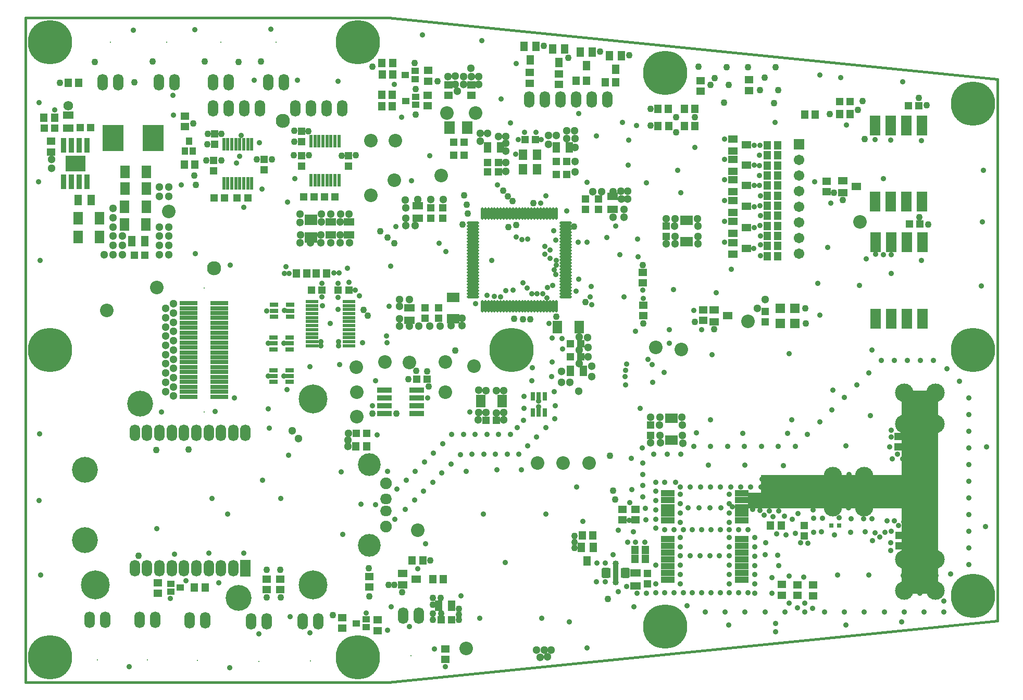
<source format=gts>
G04 Layer_Color=8388736*
%FSLAX44Y44*%
%MOMM*%
G71*
G01*
G75*
%ADD48C,0.4000*%
%ADD99R,5.9500X33.0500*%
%ADD100R,1.4478X1.6128*%
%ADD101R,1.4500X1.6128*%
%ADD102R,1.2192X1.3208*%
%ADD103O,0.5032X2.0032*%
%ADD104O,2.0032X0.5032*%
%ADD105R,1.3208X1.2192*%
%ADD106R,2.2032X1.0160*%
%ADD107R,1.2032X0.6032*%
%ADD108R,1.2192X1.6256*%
%ADD109R,1.6256X1.2192*%
%ADD110R,2.4130X0.8128*%
%ADD111R,0.8128X2.4130*%
%ADD112R,3.3032X2.6032*%
%ADD113R,0.6096X0.6032*%
%ADD114R,1.2032X1.2032*%
%ADD115R,1.2032X1.2032*%
%ADD116R,1.7032X1.2032*%
%ADD117R,1.2032X1.7032*%
%ADD118R,1.5032X2.1032*%
%ADD119R,2.1032X1.5032*%
%ADD120R,0.7620X1.4224*%
%ADD121R,1.4224X0.7620*%
%ADD122R,0.5032X2.0032*%
%ADD123R,2.1032X0.5032*%
%ADD124R,1.2032X1.0032*%
%ADD125R,1.0032X1.2032*%
%ADD126R,0.8382X2.8194*%
G04:AMPARAMS|DCode=127|XSize=1.3208mm|YSize=1.6256mm|CornerRadius=0.1854mm|HoleSize=0mm|Usage=FLASHONLY|Rotation=0.000|XOffset=0mm|YOffset=0mm|HoleType=Round|Shape=RoundedRectangle|*
%AMROUNDEDRECTD127*
21,1,1.3208,1.2548,0,0,0.0*
21,1,0.9500,1.6256,0,0,0.0*
1,1,0.3708,0.4750,-0.6274*
1,1,0.3708,-0.4750,-0.6274*
1,1,0.3708,-0.4750,0.6274*
1,1,0.3708,0.4750,0.6274*
%
%ADD127ROUNDEDRECTD127*%
%ADD128R,2.9032X0.7032*%
%ADD129R,2.0066X1.8034*%
%ADD130R,1.8034X2.0066*%
%ADD131R,1.3032X1.0032*%
%ADD132R,1.7032X3.2032*%
%ADD133R,1.6032X1.6032*%
%ADD134R,1.4032X1.8032*%
%ADD135R,3.4032X4.2032*%
%ADD136R,0.8032X0.8032*%
%ADD137R,0.8032X0.8032*%
%ADD138C,7.2032*%
%ADD139C,4.2032*%
%ADD140R,1.7032X1.7032*%
%ADD141C,1.7032*%
%ADD142C,2.2032*%
%ADD143C,1.0032*%
%ADD144C,1.0162*%
%ADD145C,0.2032*%
%ADD146C,3.0032*%
%ADD147O,1.7032X2.7032*%
%ADD148C,3.7032*%
%ADD149C,1.9032*%
%ADD150O,1.9032X1.7032*%
%ADD151C,1.1032*%
%ADD152R,1.7032X2.7032*%
%ADD153O,1.7032X2.7032*%
%ADD154C,4.7032*%
%ADD155C,0.9000*%
%ADD156C,1.1000*%
%ADD157C,1.3000*%
%ADD158C,1.5700*%
%ADD159C,2.3000*%
G36*
X1170674Y455084D02*
X1171531Y454298D01*
X1172023Y453244D01*
X1172048Y452663D01*
Y422423D01*
X1172043Y421821D01*
X1171574Y420713D01*
X1170717Y419869D01*
X1169602Y419418D01*
X1169000Y419423D01*
X1168403Y419423D01*
X1167301Y419879D01*
X1166457Y420723D01*
X1166000Y421826D01*
Y422423D01*
Y452663D01*
X1166021Y453239D01*
X1166499Y454288D01*
X1167343Y455074D01*
X1168424Y455477D01*
X1169000Y455457D01*
Y455457D01*
X1169581Y455482D01*
X1170674Y455084D01*
D02*
G37*
G36*
X1649500Y542500D02*
X1405250Y542500D01*
Y542500D01*
X1384625D01*
Y567750D01*
X1405250D01*
X1405250Y596500D01*
X1649500Y596500D01*
X1649500Y542500D01*
D02*
G37*
D48*
X800000Y260000D02*
X1790000Y360000D01*
Y1240000D01*
X210000Y260000D02*
X800000D01*
Y1340000D02*
X1790000Y1240000D01*
X210000Y1340000D02*
X800000D01*
X210000Y260000D02*
Y1340000D01*
D99*
X1663250Y568750D02*
D03*
D100*
X1184367Y437487D02*
D03*
D101*
X1153750D02*
D03*
D102*
X1297636Y1191500D02*
D03*
X1280500D02*
D03*
X1254886D02*
D03*
X1237750D02*
D03*
X1438136Y514250D02*
D03*
X1421000D02*
D03*
X1114864Y498750D02*
D03*
X1132000D02*
D03*
X855636Y457750D02*
D03*
X838500D02*
D03*
X501636Y413500D02*
D03*
X484500D02*
D03*
X650114Y924250D02*
D03*
X667250D02*
D03*
X467864Y1101000D02*
D03*
X485000D02*
D03*
X296636Y1234500D02*
D03*
X279500D02*
D03*
X788864Y1195750D02*
D03*
X806000D02*
D03*
X789114Y1214750D02*
D03*
X806250D02*
D03*
X789864Y1247500D02*
D03*
X807000D02*
D03*
X789364Y1266750D02*
D03*
X806500D02*
D03*
X871614Y427500D02*
D03*
X888750D02*
D03*
X699386Y924500D02*
D03*
X682250D02*
D03*
X1217636Y475000D02*
D03*
X1200500D02*
D03*
X1217636Y460000D02*
D03*
X1200500D02*
D03*
X1550386Y1183750D02*
D03*
X1533250D02*
D03*
X1493636Y1182750D02*
D03*
X1476500D02*
D03*
X256886Y1177500D02*
D03*
X239750D02*
D03*
X1169136Y1234750D02*
D03*
X1152000D02*
D03*
X1121886Y1237750D02*
D03*
X1104750D02*
D03*
X1415250Y1132636D02*
D03*
X1432386D02*
D03*
X1415250Y1099636D02*
D03*
X1432386D02*
D03*
X1415250Y1067182D02*
D03*
X1432386D02*
D03*
X1415250Y1034454D02*
D03*
X1432386D02*
D03*
X1415250Y1001727D02*
D03*
X1432386D02*
D03*
X1415250Y969000D02*
D03*
X1432386D02*
D03*
Y1116273D02*
D03*
X1415250D02*
D03*
X1432386Y1083545D02*
D03*
X1415250D02*
D03*
X1432386Y1050818D02*
D03*
X1415250D02*
D03*
X1432386Y1018091D02*
D03*
X1415250D02*
D03*
X1432386Y985364D02*
D03*
X1415250D02*
D03*
X1432386Y952636D02*
D03*
X1415250D02*
D03*
X1297636Y1164000D02*
D03*
X1280500D02*
D03*
X1255136D02*
D03*
X1238000D02*
D03*
X764136Y643500D02*
D03*
X747000D02*
D03*
D103*
X1072250Y1021750D02*
D03*
X1067250D02*
D03*
X1062250D02*
D03*
X1057250D02*
D03*
X1052250D02*
D03*
X1047250D02*
D03*
X1042250D02*
D03*
X1037250D02*
D03*
X1032250D02*
D03*
X1027250D02*
D03*
X1022250D02*
D03*
X1017250D02*
D03*
X1012250D02*
D03*
X1007250D02*
D03*
X1002250D02*
D03*
X997250D02*
D03*
X992250D02*
D03*
X987250D02*
D03*
X982250D02*
D03*
X977250D02*
D03*
X972250D02*
D03*
X967250D02*
D03*
X962250D02*
D03*
X957250D02*
D03*
X952250D02*
D03*
Y870750D02*
D03*
X957250D02*
D03*
X962250D02*
D03*
X967250D02*
D03*
X972250D02*
D03*
X977250D02*
D03*
X982250D02*
D03*
X987250D02*
D03*
X992250D02*
D03*
X997250D02*
D03*
X1002250D02*
D03*
X1007250D02*
D03*
X1012250D02*
D03*
X1017250D02*
D03*
X1022250D02*
D03*
X1027250D02*
D03*
X1032250D02*
D03*
X1037250D02*
D03*
X1042250D02*
D03*
X1047250D02*
D03*
X1052250D02*
D03*
X1057250D02*
D03*
X1062250D02*
D03*
X1067250D02*
D03*
X1072250D02*
D03*
D104*
X936750Y1006250D02*
D03*
Y1001250D02*
D03*
Y996250D02*
D03*
Y991250D02*
D03*
Y986250D02*
D03*
Y981250D02*
D03*
Y976250D02*
D03*
Y971250D02*
D03*
Y966250D02*
D03*
Y961250D02*
D03*
Y956250D02*
D03*
Y951250D02*
D03*
Y946250D02*
D03*
Y941250D02*
D03*
Y936250D02*
D03*
Y931250D02*
D03*
Y926250D02*
D03*
Y921250D02*
D03*
Y916250D02*
D03*
Y911250D02*
D03*
Y906250D02*
D03*
Y901250D02*
D03*
Y896250D02*
D03*
Y891250D02*
D03*
Y886250D02*
D03*
X1087750D02*
D03*
Y891250D02*
D03*
Y896250D02*
D03*
Y901250D02*
D03*
Y906250D02*
D03*
Y911250D02*
D03*
Y916250D02*
D03*
Y921250D02*
D03*
Y926250D02*
D03*
Y931250D02*
D03*
Y936250D02*
D03*
Y941250D02*
D03*
Y946250D02*
D03*
Y951250D02*
D03*
Y956250D02*
D03*
Y961250D02*
D03*
Y966250D02*
D03*
Y971250D02*
D03*
Y976250D02*
D03*
Y981250D02*
D03*
Y986250D02*
D03*
Y991250D02*
D03*
Y996250D02*
D03*
Y1001250D02*
D03*
Y1006250D02*
D03*
D105*
X782500Y360886D02*
D03*
Y343750D02*
D03*
X724750Y347864D02*
D03*
Y365000D02*
D03*
X624250Y410364D02*
D03*
Y427500D02*
D03*
X602000Y410364D02*
D03*
Y427500D02*
D03*
X768500Y414364D02*
D03*
Y431500D02*
D03*
X892500Y314136D02*
D03*
Y297000D02*
D03*
X425250Y404114D02*
D03*
Y421250D02*
D03*
X1385500Y1221864D02*
D03*
Y1239000D02*
D03*
X1490000Y400614D02*
D03*
Y417750D02*
D03*
X1464500Y400864D02*
D03*
Y418000D02*
D03*
X863250Y1196864D02*
D03*
Y1214000D02*
D03*
X864000Y1237000D02*
D03*
Y1254136D02*
D03*
X1214000Y855364D02*
D03*
Y872500D02*
D03*
X1213500Y925886D02*
D03*
Y908750D02*
D03*
X1439250Y401364D02*
D03*
Y418500D02*
D03*
X934250Y1231136D02*
D03*
Y1214000D02*
D03*
X897000Y1213864D02*
D03*
Y1231000D02*
D03*
X1201750Y523864D02*
D03*
Y541000D02*
D03*
X1180500Y523864D02*
D03*
Y541000D02*
D03*
X251750Y1139136D02*
D03*
Y1122000D02*
D03*
X1076500Y1248886D02*
D03*
Y1231750D02*
D03*
X1029500Y1250886D02*
D03*
Y1233750D02*
D03*
X1306750Y1220864D02*
D03*
Y1238000D02*
D03*
X1311250Y847864D02*
D03*
Y865000D02*
D03*
X1511750Y1056864D02*
D03*
Y1074000D02*
D03*
X469250Y1180386D02*
D03*
Y1163250D02*
D03*
D106*
X1254000Y459500D02*
D03*
Y448500D02*
D03*
Y437500D02*
D03*
Y426500D02*
D03*
Y470500D02*
D03*
Y481500D02*
D03*
Y492500D02*
D03*
Y522662D02*
D03*
Y533584D02*
D03*
Y544506D02*
D03*
Y555682D02*
D03*
Y566604D02*
D03*
X1374198D02*
D03*
Y555682D02*
D03*
Y544506D02*
D03*
Y533584D02*
D03*
Y522662D02*
D03*
Y492500D02*
D03*
Y481500D02*
D03*
Y470500D02*
D03*
Y459500D02*
D03*
Y448500D02*
D03*
Y437500D02*
D03*
Y426500D02*
D03*
D107*
X1663500Y563750D02*
D03*
Y576750D02*
D03*
X1641500D02*
D03*
Y563750D02*
D03*
X1663500Y570250D02*
D03*
X1641500D02*
D03*
D108*
X1123000Y456574D02*
D03*
X1113348Y478750D02*
D03*
X1132500D02*
D03*
X1168750Y1256324D02*
D03*
X1159098Y1278500D02*
D03*
X1178250D02*
D03*
X1121500Y1262324D02*
D03*
X1111848Y1284500D02*
D03*
X1131000D02*
D03*
X1076500Y1267324D02*
D03*
X1066848Y1289500D02*
D03*
X1086000D02*
D03*
X1030000Y1271574D02*
D03*
X1020348Y1293750D02*
D03*
X1039500D02*
D03*
D109*
X844676Y427500D02*
D03*
X822500Y417848D02*
D03*
Y437000D02*
D03*
X1560176Y1065500D02*
D03*
X1538000Y1055848D02*
D03*
Y1075000D02*
D03*
X1382062Y1133136D02*
D03*
X1359886Y1123484D02*
D03*
Y1142636D02*
D03*
X1382062Y1100136D02*
D03*
X1359886Y1090484D02*
D03*
Y1109636D02*
D03*
X1382062Y1067136D02*
D03*
X1359886Y1057484D02*
D03*
Y1076636D02*
D03*
X1382062Y1033136D02*
D03*
X1359886Y1023484D02*
D03*
Y1042636D02*
D03*
X1382062Y999136D02*
D03*
X1359886Y989484D02*
D03*
Y1008636D02*
D03*
X1382062Y965136D02*
D03*
X1359886Y955484D02*
D03*
Y974636D02*
D03*
X1351426Y855500D02*
D03*
X1329250Y845848D02*
D03*
Y865000D02*
D03*
D110*
X845662Y696450D02*
D03*
Y709150D02*
D03*
Y734550D02*
D03*
X793500Y696450D02*
D03*
Y709150D02*
D03*
Y734550D02*
D03*
X845662Y721850D02*
D03*
X793500D02*
D03*
D111*
X271950Y1073000D02*
D03*
X284650D02*
D03*
X310050D02*
D03*
X271950Y1133000D02*
D03*
X284650D02*
D03*
X310050D02*
D03*
X297350Y1073000D02*
D03*
Y1133000D02*
D03*
D112*
X291000Y1103000D02*
D03*
D113*
X1453000Y580000D02*
D03*
Y570000D02*
D03*
D114*
X1221000Y437000D02*
D03*
Y420000D02*
D03*
X1627865Y658965D02*
D03*
Y641965D02*
D03*
X1629503Y498380D02*
D03*
Y481380D02*
D03*
X1475250Y497250D02*
D03*
Y514250D02*
D03*
X517500Y1151000D02*
D03*
Y1134000D02*
D03*
X868250Y1013750D02*
D03*
Y1030750D02*
D03*
X888250D02*
D03*
Y1013750D02*
D03*
X859250Y868750D02*
D03*
Y851750D02*
D03*
X881250D02*
D03*
Y868750D02*
D03*
X1120250Y1028750D02*
D03*
Y1045750D02*
D03*
X1141250D02*
D03*
Y1028750D02*
D03*
X1251250Y984250D02*
D03*
Y1001250D02*
D03*
X658500Y1138750D02*
D03*
Y1155750D02*
D03*
X515500Y1108000D02*
D03*
Y1091000D02*
D03*
X597500Y1092750D02*
D03*
Y1109750D02*
D03*
X658500Y1116000D02*
D03*
Y1099000D02*
D03*
X735000D02*
D03*
Y1116000D02*
D03*
X1225750Y678000D02*
D03*
Y661000D02*
D03*
X1412500Y845500D02*
D03*
Y862500D02*
D03*
D115*
X1645250Y1197250D02*
D03*
X1662250D02*
D03*
X1663500Y1004500D02*
D03*
X1646500D02*
D03*
X958250Y685500D02*
D03*
X975250D02*
D03*
X516500Y1047500D02*
D03*
X533500D02*
D03*
X571000D02*
D03*
X554000D02*
D03*
X1038500Y1142000D02*
D03*
X1021500D02*
D03*
X1533500Y1203750D02*
D03*
X1550500D02*
D03*
X1072500Y1106000D02*
D03*
X1089500D02*
D03*
Y1085000D02*
D03*
X1072500D02*
D03*
X961250Y1104750D02*
D03*
X978250D02*
D03*
Y1089750D02*
D03*
X961250D02*
D03*
X1095250Y788750D02*
D03*
X1112250D02*
D03*
Y809750D02*
D03*
X1095250D02*
D03*
X905500Y1138000D02*
D03*
X922500D02*
D03*
Y1116750D02*
D03*
X905500D02*
D03*
X298750Y1161000D02*
D03*
X315750D02*
D03*
X240000Y1160250D02*
D03*
X257000D02*
D03*
X403500Y954000D02*
D03*
X386500D02*
D03*
X862500Y752500D02*
D03*
X845500D02*
D03*
X764250Y664000D02*
D03*
X747250D02*
D03*
X696000Y1048500D02*
D03*
X713000D02*
D03*
X679000D02*
D03*
X662000D02*
D03*
X718250Y897000D02*
D03*
X735250D02*
D03*
X675000D02*
D03*
X692000D02*
D03*
X885250Y361500D02*
D03*
X902250D02*
D03*
D116*
X1201750Y437250D02*
D03*
Y416250D02*
D03*
X735750Y1008000D02*
D03*
Y987000D02*
D03*
X705750Y1008000D02*
D03*
Y987000D02*
D03*
X834250Y868750D02*
D03*
Y847750D02*
D03*
X1164250Y1028750D02*
D03*
Y1049750D02*
D03*
X279250Y1160750D02*
D03*
Y1181750D02*
D03*
X847250Y1013750D02*
D03*
Y1034750D02*
D03*
D117*
X1072500Y1129000D02*
D03*
X1093500D02*
D03*
X403750Y977000D02*
D03*
X382750D02*
D03*
X295750Y1043750D02*
D03*
X316750D02*
D03*
X961250Y1129000D02*
D03*
X982250D02*
D03*
X1095250Y765750D02*
D03*
X1116250D02*
D03*
X902250Y384000D02*
D03*
X881250D02*
D03*
D118*
X984500Y716500D02*
D03*
X949500D02*
D03*
X1109500Y837000D02*
D03*
X1074500D02*
D03*
X371500Y1089500D02*
D03*
X406500D02*
D03*
X371250Y1062000D02*
D03*
X406250D02*
D03*
X371000Y1032750D02*
D03*
X406000D02*
D03*
X370750Y1003500D02*
D03*
X405750D02*
D03*
X330500Y984000D02*
D03*
X295500D02*
D03*
X330000Y1014000D02*
D03*
X295000D02*
D03*
D119*
X905250Y850750D02*
D03*
Y885750D02*
D03*
X1284250Y976000D02*
D03*
Y1011000D02*
D03*
X1260000Y688750D02*
D03*
Y653750D02*
D03*
D120*
X1034500Y724208D02*
D03*
X1044000D02*
D03*
X1053652D02*
D03*
Y698000D02*
D03*
X1044000D02*
D03*
X1034500D02*
D03*
D121*
X639958Y873250D02*
D03*
Y863750D02*
D03*
Y854098D02*
D03*
X613750D02*
D03*
Y863750D02*
D03*
Y873250D02*
D03*
X639208Y820000D02*
D03*
Y810500D02*
D03*
Y800848D02*
D03*
X613000D02*
D03*
Y810500D02*
D03*
Y820000D02*
D03*
X639208Y767250D02*
D03*
Y757750D02*
D03*
Y748098D02*
D03*
X613000D02*
D03*
Y757750D02*
D03*
Y767250D02*
D03*
D122*
X532250Y1071000D02*
D03*
X538750D02*
D03*
X545250D02*
D03*
X551750D02*
D03*
X558250D02*
D03*
X564750D02*
D03*
X571250D02*
D03*
X577750D02*
D03*
X532250Y1134000D02*
D03*
X538750D02*
D03*
X545250D02*
D03*
X551750D02*
D03*
X558250D02*
D03*
X564750D02*
D03*
X571250D02*
D03*
X577750D02*
D03*
X673750Y1076000D02*
D03*
X680250D02*
D03*
X686750D02*
D03*
X693250D02*
D03*
X699750D02*
D03*
X706250D02*
D03*
X712750D02*
D03*
X719250D02*
D03*
X673750Y1139000D02*
D03*
X680250D02*
D03*
X686750D02*
D03*
X693250D02*
D03*
X699750D02*
D03*
X706250D02*
D03*
X712750D02*
D03*
X719250D02*
D03*
D123*
X675250Y878500D02*
D03*
Y872000D02*
D03*
Y865500D02*
D03*
Y859000D02*
D03*
Y852500D02*
D03*
Y846000D02*
D03*
Y839500D02*
D03*
Y833000D02*
D03*
Y826500D02*
D03*
Y820000D02*
D03*
Y813500D02*
D03*
Y807000D02*
D03*
X735250Y878500D02*
D03*
Y872000D02*
D03*
Y865500D02*
D03*
Y859000D02*
D03*
Y852500D02*
D03*
Y846000D02*
D03*
Y839500D02*
D03*
Y833000D02*
D03*
Y826500D02*
D03*
Y820000D02*
D03*
Y813500D02*
D03*
Y807000D02*
D03*
D124*
X763500Y349250D02*
D03*
Y362250D02*
D03*
X747500Y355750D02*
D03*
X445750Y420000D02*
D03*
Y407000D02*
D03*
X461750Y413500D02*
D03*
X843750Y1198250D02*
D03*
Y1211250D02*
D03*
X827750Y1204750D02*
D03*
X843000Y1240250D02*
D03*
Y1253250D02*
D03*
X827000Y1246750D02*
D03*
D125*
X469000Y1123000D02*
D03*
X482000D02*
D03*
X475500Y1139000D02*
D03*
D126*
X1169000Y437423D02*
D03*
D127*
X1185002D02*
D03*
X1153000D02*
D03*
D128*
X475000Y876000D02*
D03*
X525000D02*
D03*
Y868000D02*
D03*
X475000D02*
D03*
X525000Y860000D02*
D03*
X475000D02*
D03*
X525000Y852000D02*
D03*
X475000D02*
D03*
X525000Y844000D02*
D03*
X475000D02*
D03*
X525000Y836000D02*
D03*
X475000D02*
D03*
X525000Y828000D02*
D03*
X475000D02*
D03*
X525000Y820000D02*
D03*
X475000D02*
D03*
X525000Y812000D02*
D03*
X475000D02*
D03*
X525000Y804000D02*
D03*
X475000D02*
D03*
X525000Y796000D02*
D03*
X475000D02*
D03*
X525000Y788000D02*
D03*
X475000D02*
D03*
X525000Y780000D02*
D03*
X475000D02*
D03*
X525000Y772000D02*
D03*
X475000D02*
D03*
X525000Y764000D02*
D03*
X475000D02*
D03*
X525000Y756000D02*
D03*
X475000D02*
D03*
X525000Y748000D02*
D03*
X475000D02*
D03*
X525000Y740000D02*
D03*
X475000D02*
D03*
X525000Y732000D02*
D03*
X475000D02*
D03*
X525000Y724000D02*
D03*
X475000D02*
D03*
D129*
X673500Y982776D02*
D03*
Y1011220D02*
D03*
D130*
X927474Y1161250D02*
D03*
X899030D02*
D03*
D131*
X1431000Y555500D02*
D03*
X1414000D02*
D03*
Y569500D02*
D03*
X1431000D02*
D03*
D132*
X1667100Y1165000D02*
D03*
X1641700D02*
D03*
X1616300D02*
D03*
X1590900D02*
D03*
Y1041000D02*
D03*
X1616300D02*
D03*
X1641700D02*
D03*
X1667100D02*
D03*
X1667900Y975000D02*
D03*
X1642500D02*
D03*
X1617100D02*
D03*
X1591700D02*
D03*
Y851000D02*
D03*
X1617100D02*
D03*
X1642500D02*
D03*
X1667900D02*
D03*
D133*
X1436500Y867250D02*
D03*
X1460500D02*
D03*
Y843250D02*
D03*
X1436500D02*
D03*
D134*
X1041250Y1093750D02*
D03*
X1018250D02*
D03*
Y1117750D02*
D03*
X1041250D02*
D03*
D135*
X352500Y1144500D02*
D03*
X417500D02*
D03*
D136*
X1651250Y497000D02*
D03*
X1663500D02*
D03*
X1651250Y644500D02*
D03*
X1663500D02*
D03*
X1519750Y514250D02*
D03*
X1532000D02*
D03*
X1624250Y570250D02*
D03*
X1612000D02*
D03*
D137*
X1475500Y557250D02*
D03*
Y569500D02*
D03*
X1663599Y525870D02*
D03*
Y538120D02*
D03*
X1663613Y614315D02*
D03*
Y602065D02*
D03*
D138*
X1750000Y400000D02*
D03*
X250000Y1300000D02*
D03*
X750000D02*
D03*
X1250000Y1250000D02*
D03*
X1750000Y1200000D02*
D03*
Y800000D02*
D03*
X1250000Y350000D02*
D03*
X750000Y300000D02*
D03*
X250000D02*
D03*
Y800000D02*
D03*
X1000000D02*
D03*
D139*
X306750Y605000D02*
D03*
Y491000D02*
D03*
X396250Y712500D02*
D03*
X556500Y396750D02*
D03*
D140*
X1466886Y1134036D02*
D03*
D141*
Y1108636D02*
D03*
Y1083236D02*
D03*
Y1057836D02*
D03*
Y1032436D02*
D03*
Y1007036D02*
D03*
Y981636D02*
D03*
Y956236D02*
D03*
D142*
X847000Y507000D02*
D03*
X1125750Y616250D02*
D03*
X1083250Y616000D02*
D03*
X1042250Y615750D02*
D03*
X926000Y314500D02*
D03*
X1566250Y1008250D02*
D03*
X1384000Y846250D02*
D03*
X747250Y771750D02*
D03*
X748750Y731500D02*
D03*
Y691750D02*
D03*
X938750Y773250D02*
D03*
X892500Y731000D02*
D03*
X833750Y779750D02*
D03*
X892000Y780500D02*
D03*
X794000Y780000D02*
D03*
X885500Y1083500D02*
D03*
X809000Y1076000D02*
D03*
X771000Y1140000D02*
D03*
X1234500Y804000D02*
D03*
X1276250Y801000D02*
D03*
X941500Y1185500D02*
D03*
X342250Y864250D02*
D03*
X894500Y1185500D02*
D03*
X423500Y901250D02*
D03*
X442500Y1025000D02*
D03*
X811000Y1140000D02*
D03*
X771000Y1051000D02*
D03*
D143*
X291000Y1095500D02*
D03*
X301000D02*
D03*
X281000D02*
D03*
Y1110500D02*
D03*
X291000D02*
D03*
X301000D02*
D03*
X281000Y1103000D02*
D03*
X291000D02*
D03*
X301000D02*
D03*
D144*
X1169000Y452423D02*
D03*
Y422423D02*
D03*
D145*
X500000Y901000D02*
D03*
Y699000D02*
D03*
X673000Y294000D02*
D03*
X589000Y293500D02*
D03*
X836000Y303000D02*
D03*
X326500Y296000D02*
D03*
X408000Y296000D02*
D03*
X489000Y295250D02*
D03*
X439500Y1300000D02*
D03*
X617500D02*
D03*
X527700D02*
D03*
X348300D02*
D03*
D146*
X1663350Y705400D02*
D03*
X1688750Y730800D02*
D03*
X1637950D02*
D03*
Y680000D02*
D03*
X1688750D02*
D03*
X1663350Y434400D02*
D03*
X1688750Y459800D02*
D03*
X1637950D02*
D03*
Y409000D02*
D03*
X1688750D02*
D03*
X1547407Y569739D02*
D03*
X1572807Y595139D02*
D03*
X1522007D02*
D03*
Y544339D02*
D03*
X1572807D02*
D03*
D147*
X673950Y1192750D02*
D03*
X648550D02*
D03*
X699350D02*
D03*
X724750D02*
D03*
X540400Y1192500D02*
D03*
X515000D02*
D03*
X565800D02*
D03*
X591200D02*
D03*
X1079600Y1207500D02*
D03*
X1105000D02*
D03*
X1155800D02*
D03*
X1130400D02*
D03*
X1054200D02*
D03*
X1028800D02*
D03*
X685700Y359000D02*
D03*
X660300D02*
D03*
X601700Y358500D02*
D03*
X576300D02*
D03*
X848700Y368000D02*
D03*
X823300D02*
D03*
X339200Y361000D02*
D03*
X313800D02*
D03*
X420700Y361000D02*
D03*
X395300D02*
D03*
X501700Y360250D02*
D03*
X476300D02*
D03*
X426800Y1235000D02*
D03*
X452200D02*
D03*
X604800D02*
D03*
X630200D02*
D03*
X515000D02*
D03*
X540400D02*
D03*
X335600D02*
D03*
X361000D02*
D03*
D148*
X768500Y613700D02*
D03*
Y482300D02*
D03*
D149*
X795500Y513000D02*
D03*
Y583000D02*
D03*
D150*
Y538000D02*
D03*
Y558000D02*
D03*
D151*
X1353000Y1231000D02*
D03*
X1323000D02*
D03*
X1433500Y1222000D02*
D03*
X1403500D02*
D03*
D152*
X567500Y445000D02*
D03*
D153*
X547500D02*
D03*
X527500D02*
D03*
X507500D02*
D03*
X487500D02*
D03*
X467500D02*
D03*
X447500D02*
D03*
X427500D02*
D03*
X407500D02*
D03*
X387500D02*
D03*
X567500Y665000D02*
D03*
X547500D02*
D03*
X527500D02*
D03*
X507500D02*
D03*
X487500D02*
D03*
X467500D02*
D03*
X447500D02*
D03*
X427500D02*
D03*
X407500D02*
D03*
X387500D02*
D03*
D154*
X677500Y720000D02*
D03*
Y418000D02*
D03*
X323500D02*
D03*
D155*
X560000Y1149000D02*
D03*
X257000Y1190000D02*
D03*
X1653500Y570250D02*
D03*
X1680500Y570000D02*
D03*
X1635666Y622793D02*
D03*
X1391500Y540750D02*
D03*
X1622250Y522000D02*
D03*
X1610000D02*
D03*
X1576750Y947750D02*
D03*
X1617250Y924500D02*
D03*
X1270250Y1091750D02*
D03*
X977250Y1068500D02*
D03*
X552500Y1103500D02*
D03*
X672000Y339750D02*
D03*
X589250Y338750D02*
D03*
X423500Y509250D02*
D03*
X1083000Y801250D02*
D03*
X1065500Y819250D02*
D03*
X1081750Y818750D02*
D03*
X1065500Y780500D02*
D03*
X1065250Y756750D02*
D03*
X1069250Y731750D02*
D03*
X1070750Y709250D02*
D03*
X1025750Y643917D02*
D03*
X1040625Y658625D02*
D03*
X1055500Y673333D02*
D03*
X1070375Y688042D02*
D03*
X935550Y630750D02*
D03*
X954600D02*
D03*
X973650D02*
D03*
X992700D02*
D03*
X1011750D02*
D03*
X798000Y602250D02*
D03*
X778586Y548635D02*
D03*
X810500Y524500D02*
D03*
X827250Y541000D02*
D03*
X842125Y555708D02*
D03*
X857000Y570417D02*
D03*
X871875Y585125D02*
D03*
X886750Y599833D02*
D03*
X901625Y614542D02*
D03*
X916500Y630000D02*
D03*
X1060750Y843000D02*
D03*
X1033500Y770750D02*
D03*
X1033250Y749750D02*
D03*
X1020000Y724250D02*
D03*
Y705000D02*
D03*
X1019500Y685500D02*
D03*
X1009500Y673750D02*
D03*
X998000Y662500D02*
D03*
X978950D02*
D03*
X959900D02*
D03*
X940850D02*
D03*
X921800D02*
D03*
X902750D02*
D03*
X887875Y647042D02*
D03*
X873000Y632333D02*
D03*
X858125Y617625D02*
D03*
X843250Y602917D02*
D03*
X828375Y588208D02*
D03*
X813500Y573500D02*
D03*
X803250Y936000D02*
D03*
X811500Y1000250D02*
D03*
X1192000Y551750D02*
D03*
X1199000Y382250D02*
D03*
X1763250Y904250D02*
D03*
X1766750Y1092000D02*
D03*
X1765500Y1008250D02*
D03*
X1772250Y642250D02*
D03*
X1770500Y513000D02*
D03*
X1122750Y315750D02*
D03*
X1429250Y341500D02*
D03*
X1543750Y352750D02*
D03*
X1634000Y358000D02*
D03*
X1643350Y782750D02*
D03*
X1664650D02*
D03*
X1685950D02*
D03*
X1622050D02*
D03*
X1600750Y782750D02*
D03*
X1152500Y423000D02*
D03*
X1139000Y453750D02*
D03*
X1152250Y453500D02*
D03*
X1191000Y523000D02*
D03*
X1284750Y384250D02*
D03*
X1138000Y422750D02*
D03*
X1164750Y467250D02*
D03*
X1275000Y630250D02*
D03*
X1252875D02*
D03*
X1230750D02*
D03*
X1213000Y616250D02*
D03*
X1173250Y407250D02*
D03*
X1583500Y693000D02*
D03*
X1543000Y643750D02*
D03*
X1441750Y612000D02*
D03*
X1379000Y612500D02*
D03*
X1320250D02*
D03*
X1580500Y434000D02*
D03*
X1530000D02*
D03*
X1585750Y525250D02*
D03*
X1617250Y669250D02*
D03*
X1614500Y642250D02*
D03*
X1586250Y490000D02*
D03*
X1616500Y473750D02*
D03*
X1616250Y486250D02*
D03*
X1616750Y505250D02*
D03*
X1575000Y504000D02*
D03*
X1551000Y503250D02*
D03*
X1525000Y499250D02*
D03*
X1503250Y504000D02*
D03*
X1481750Y486000D02*
D03*
X1470000Y486500D02*
D03*
X1491000Y503750D02*
D03*
X1461250Y502250D02*
D03*
X1445750Y499500D02*
D03*
X1413000Y486750D02*
D03*
X1412500Y467000D02*
D03*
X1430750Y500750D02*
D03*
X1477250Y589750D02*
D03*
X1443750Y529750D02*
D03*
X1424750Y529000D02*
D03*
X1217500Y542450D02*
D03*
X1213000Y560900D02*
D03*
Y579350D02*
D03*
Y597800D02*
D03*
X1295750Y643000D02*
D03*
X1323292D02*
D03*
X1350833D02*
D03*
X1378375D02*
D03*
X1405917D02*
D03*
X1433458D02*
D03*
X1461000D02*
D03*
X1480964Y662964D02*
D03*
X1500928Y682929D02*
D03*
X1520893Y702893D02*
D03*
X1540857Y722857D02*
D03*
X1560821Y742821D02*
D03*
X1580786Y762786D02*
D03*
X1198000Y504250D02*
D03*
X1187250Y415750D02*
D03*
X1203500Y404500D02*
D03*
X1219500Y404750D02*
D03*
X1743000Y613523D02*
D03*
Y640568D02*
D03*
Y667614D02*
D03*
Y694659D02*
D03*
Y721704D02*
D03*
Y586477D02*
D03*
Y559432D02*
D03*
Y532386D02*
D03*
Y505341D02*
D03*
Y478295D02*
D03*
Y451250D02*
D03*
X1645500Y510500D02*
D03*
X1639500Y482500D02*
D03*
X1652750Y660250D02*
D03*
X1639500Y705500D02*
D03*
X1662250Y729500D02*
D03*
X1687500Y705250D02*
D03*
X1339625Y577000D02*
D03*
X1323219D02*
D03*
X1306812D02*
D03*
X1290406D02*
D03*
X1508750Y374250D02*
D03*
X1541062D02*
D03*
X1573375D02*
D03*
X1605687D02*
D03*
X1638000D02*
D03*
X1670312D02*
D03*
X1702625D02*
D03*
X1444125D02*
D03*
X1411812D02*
D03*
X1379500D02*
D03*
X1347188D02*
D03*
X1314875D02*
D03*
X1423250Y430250D02*
D03*
X1423500Y404500D02*
D03*
X1476750Y388250D02*
D03*
X1474500Y430500D02*
D03*
X1450750Y388000D02*
D03*
X1451000Y432750D02*
D03*
X1434500Y449000D02*
D03*
X1432250Y466500D02*
D03*
X1465250Y534000D02*
D03*
X1456250Y524500D02*
D03*
X1410750Y531250D02*
D03*
X1458250Y590250D02*
D03*
X1637250Y520750D02*
D03*
X1611000Y549250D02*
D03*
X1593000Y549000D02*
D03*
X1593500Y591000D02*
D03*
X1611500Y591250D02*
D03*
X1423000Y590250D02*
D03*
X1407250Y590000D02*
D03*
X1372437Y577000D02*
D03*
X1388844D02*
D03*
X1405250D02*
D03*
X1440500Y590000D02*
D03*
X1689500Y433000D02*
D03*
X1636750Y433250D02*
D03*
X1663250Y404500D02*
D03*
X1646000Y523000D02*
D03*
X1645500Y631011D02*
D03*
X1688250Y659500D02*
D03*
Y614500D02*
D03*
X1548250Y597500D02*
D03*
X1532750Y527250D02*
D03*
X1340500Y543000D02*
D03*
X1322750D02*
D03*
X1305000D02*
D03*
X1287250D02*
D03*
X1338000Y465500D02*
D03*
X1322000D02*
D03*
X1306000D02*
D03*
X1290000D02*
D03*
X1458750Y552500D02*
D03*
X1442250D02*
D03*
X1433929Y538301D02*
D03*
X1419263Y538117D02*
D03*
X1547250Y543000D02*
D03*
X1627536Y630924D02*
D03*
X1629224Y514329D02*
D03*
X1606500Y503250D02*
D03*
X1591000Y503000D02*
D03*
X1598750Y495750D02*
D03*
X692000Y908250D02*
D03*
X718250Y908000D02*
D03*
Y885750D02*
D03*
X745750Y897500D02*
D03*
X735250Y909500D02*
D03*
X1007500Y983250D02*
D03*
X967500Y945250D02*
D03*
X1185250Y766500D02*
D03*
X1184500Y756750D02*
D03*
X1185250Y743500D02*
D03*
X1050500Y891000D02*
D03*
X1041250D02*
D03*
X1032750D02*
D03*
X1062250Y949000D02*
D03*
Y962050D02*
D03*
X1054000Y955500D02*
D03*
Y968250D02*
D03*
X1108500Y975250D02*
D03*
X1016750Y979250D02*
D03*
X1025750Y980500D02*
D03*
X1018500Y908750D02*
D03*
X1128000Y886250D02*
D03*
X1216500Y487500D02*
D03*
X630250Y757500D02*
D03*
Y810500D02*
D03*
X630500Y864000D02*
D03*
X604500Y757500D02*
D03*
Y810500D02*
D03*
X602000Y863750D02*
D03*
X691750Y886250D02*
D03*
X719250Y924750D02*
D03*
X711250D02*
D03*
X630500Y924500D02*
D03*
X638250D02*
D03*
X718250Y865750D02*
D03*
X692250Y872000D02*
D03*
X690000Y806750D02*
D03*
X690250Y813250D02*
D03*
X718750Y813750D02*
D03*
Y807000D02*
D03*
X1617000Y954750D02*
D03*
X1591750Y955250D02*
D03*
X1044000Y717000D02*
D03*
Y707500D02*
D03*
X1266500Y585000D02*
D03*
X1249000D02*
D03*
X1688000Y479750D02*
D03*
X1629000Y591000D02*
D03*
X1505500Y526750D02*
D03*
X1490500D02*
D03*
X1356031Y577000D02*
D03*
X1354000Y565000D02*
D03*
Y550000D02*
D03*
Y535000D02*
D03*
Y520000D02*
D03*
X1274000Y577000D02*
D03*
Y565000D02*
D03*
Y550000D02*
D03*
Y535000D02*
D03*
Y520000D02*
D03*
X1354000Y420000D02*
D03*
Y435000D02*
D03*
Y450000D02*
D03*
X1354000Y465500D02*
D03*
X1354000Y480000D02*
D03*
Y495000D02*
D03*
X1274000D02*
D03*
Y480000D02*
D03*
Y465500D02*
D03*
Y450000D02*
D03*
Y435000D02*
D03*
Y420000D02*
D03*
X1234000Y585000D02*
D03*
Y570000D02*
D03*
Y555000D02*
D03*
Y540000D02*
D03*
Y525000D02*
D03*
Y510000D02*
D03*
X1218000Y524000D02*
D03*
X1201500Y487500D02*
D03*
X1188250Y487500D02*
D03*
X1234000Y450000D02*
D03*
Y420000D02*
D03*
Y405000D02*
D03*
X1249000Y507500D02*
D03*
X1264000D02*
D03*
X1279000D02*
D03*
X1294000D02*
D03*
X1309000D02*
D03*
X1324000D02*
D03*
X1339000D02*
D03*
X1354000D02*
D03*
X1369000D02*
D03*
X1384000D02*
D03*
X1395500Y494750D02*
D03*
Y479750D02*
D03*
Y464750D02*
D03*
X1395000Y449750D02*
D03*
X1395500Y434750D02*
D03*
Y419750D02*
D03*
Y404750D02*
D03*
X1384000Y405000D02*
D03*
X1369000D02*
D03*
X1354000D02*
D03*
X1339000D02*
D03*
X1324000D02*
D03*
X1309000D02*
D03*
X1294000D02*
D03*
X1279000D02*
D03*
X1264000D02*
D03*
X1249000D02*
D03*
X1490250Y539750D02*
D03*
X1495500Y551500D02*
D03*
X1502000Y590500D02*
D03*
X1487250Y590750D02*
D03*
X1617332Y658716D02*
D03*
X1618750Y623000D02*
D03*
X1638298Y658929D02*
D03*
X1552250Y525500D02*
D03*
X1572250D02*
D03*
X1645500Y603250D02*
D03*
X1645750Y590000D02*
D03*
Y536000D02*
D03*
X1688250Y494500D02*
D03*
Y509500D02*
D03*
Y524500D02*
D03*
Y539500D02*
D03*
Y554500D02*
D03*
Y644500D02*
D03*
Y629500D02*
D03*
X1645500Y617250D02*
D03*
X1688250Y599500D02*
D03*
Y584500D02*
D03*
X1358500Y544750D02*
D03*
X1404000Y539250D02*
D03*
X1040000Y1154000D02*
D03*
X1021000D02*
D03*
X1011000Y1142000D02*
D03*
X1007000Y1118000D02*
D03*
X1048000Y1142000D02*
D03*
X1047000Y1039000D02*
D03*
X558000Y1115000D02*
D03*
X863500Y721750D02*
D03*
X773500Y709500D02*
D03*
X881750Y973000D02*
D03*
X893500Y960250D02*
D03*
X1002500Y897500D02*
D03*
X990750Y896250D02*
D03*
X797250Y812000D02*
D03*
X796500Y822500D02*
D03*
X982250Y886500D02*
D03*
X972000Y887170D02*
D03*
X445500Y395750D02*
D03*
X763500Y372250D02*
D03*
X874750Y314250D02*
D03*
X892500Y284750D02*
D03*
X1072000Y978750D02*
D03*
X1068000Y993750D02*
D03*
X1464250Y380500D02*
D03*
X1213250Y897250D02*
D03*
X1213750Y883500D02*
D03*
X1489500Y379500D02*
D03*
X1393750Y965250D02*
D03*
X1404750Y952750D02*
D03*
Y985250D02*
D03*
X1404250Y1018500D02*
D03*
Y1050500D02*
D03*
X1403250Y1083500D02*
D03*
Y1099500D02*
D03*
X1403500Y1133000D02*
D03*
X1403250Y1116250D02*
D03*
Y1067500D02*
D03*
X1403750Y1034500D02*
D03*
X1404000Y1002000D02*
D03*
X1394500Y998750D02*
D03*
X1394250Y1033000D02*
D03*
X1394500Y1067000D02*
D03*
X1394750Y1100500D02*
D03*
X1394500Y1133000D02*
D03*
X1346500Y975000D02*
D03*
X1346000Y1009000D02*
D03*
Y1043000D02*
D03*
Y1076750D02*
D03*
X1346500Y1110000D02*
D03*
X1346250Y1142750D02*
D03*
X1590500Y1141500D02*
D03*
X1616250Y1141000D02*
D03*
X1493000Y1073750D02*
D03*
X1175750Y954750D02*
D03*
X1183000Y886250D02*
D03*
X1057250Y884750D02*
D03*
X1186750Y776750D02*
D03*
X1123000Y1072250D02*
D03*
X1180000Y1169750D02*
D03*
X998250Y1169000D02*
D03*
X1707750Y769500D02*
D03*
X1728000Y749000D02*
D03*
X1173250Y507250D02*
D03*
X1713250Y435750D02*
D03*
X1702500Y391750D02*
D03*
X633000Y935250D02*
D03*
X705000Y843000D02*
D03*
X753000Y888250D02*
D03*
X800500Y870750D02*
D03*
X672000Y773000D02*
D03*
X758000Y812000D02*
D03*
X634500Y735250D02*
D03*
X604250Y704250D02*
D03*
X517750Y699750D02*
D03*
X549250Y722250D02*
D03*
X430750Y699000D02*
D03*
X606250Y673000D02*
D03*
X451750Y468000D02*
D03*
X508250Y469500D02*
D03*
X538750Y532750D02*
D03*
X595500Y588500D02*
D03*
X637750Y628500D02*
D03*
X564750Y470000D02*
D03*
X523750Y421000D02*
D03*
X470750Y424500D02*
D03*
X640000Y366000D02*
D03*
X541500Y283500D02*
D03*
X781500Y662000D02*
D03*
X932250Y698750D02*
D03*
X720500Y776250D02*
D03*
X779000Y750250D02*
D03*
X941500Y875500D02*
D03*
X754750Y549500D02*
D03*
X625000Y558500D02*
D03*
X798500Y344750D02*
D03*
X834250Y350250D02*
D03*
X847750Y444000D02*
D03*
X917750Y400250D02*
D03*
X925750Y603000D02*
D03*
X1106000Y577250D02*
D03*
X1115500Y521250D02*
D03*
X1093750Y357500D02*
D03*
X948500Y363500D02*
D03*
X1048750D02*
D03*
X989500Y454250D02*
D03*
X859750Y484750D02*
D03*
X954500Y533500D02*
D03*
X1056000D02*
D03*
X1016250Y605500D02*
D03*
X976250D02*
D03*
X1212500Y641000D02*
D03*
X1300500Y665250D02*
D03*
X1375500Y664750D02*
D03*
X1448250D02*
D03*
X1130000Y873750D02*
D03*
X1105000Y895250D02*
D03*
X1129250Y903500D02*
D03*
X1168750Y1001750D02*
D03*
X1154750Y983000D02*
D03*
X1089250Y1025750D02*
D03*
X1205500Y951750D02*
D03*
X1205000Y980000D02*
D03*
X1323500Y686750D02*
D03*
X1247500Y763750D02*
D03*
X1455500Y686750D02*
D03*
X1522250Y735000D02*
D03*
X1586000Y800250D02*
D03*
X960250Y888500D02*
D03*
X1055750Y1050250D02*
D03*
X1109250Y1184500D02*
D03*
X1189750Y1100250D02*
D03*
X651500Y1238250D02*
D03*
X717750Y1237000D02*
D03*
X809500Y1231750D02*
D03*
X821000Y1178250D02*
D03*
X581750Y1238750D02*
D03*
X449750Y1214250D02*
D03*
X385500Y1319500D02*
D03*
X484750Y1320750D02*
D03*
X609000Y1321250D02*
D03*
X231750Y1202000D02*
D03*
X233500Y945750D02*
D03*
X231250Y1073750D02*
D03*
X233000Y663500D02*
D03*
X234500Y434500D02*
D03*
X378500Y285500D02*
D03*
X232000Y555250D02*
D03*
X1666500Y945750D02*
D03*
X1665750Y1140000D02*
D03*
X543000Y938000D02*
D03*
X635500Y1040500D02*
D03*
X486000Y956250D02*
D03*
X564250Y1031750D02*
D03*
X594250Y1061250D02*
D03*
X463250Y1068000D02*
D03*
X450250Y1181750D02*
D03*
X1544500Y1165250D02*
D03*
X1190500Y1141250D02*
D03*
X1298250Y1129250D02*
D03*
X1497750Y908250D02*
D03*
X1519250Y1038750D02*
D03*
X1450750Y793750D02*
D03*
X1256500Y833250D02*
D03*
X1308750Y832500D02*
D03*
X1332250Y893000D02*
D03*
X1500750Y856500D02*
D03*
X1565000Y904750D02*
D03*
X1604200Y955000D02*
D03*
X1218750Y1071500D02*
D03*
X951500Y1302750D02*
D03*
X854750Y1312250D02*
D03*
X1356750Y931000D02*
D03*
X1263000Y898000D02*
D03*
X1201000Y830500D02*
D03*
X1428000Y1169750D02*
D03*
X1513500Y966500D02*
D03*
X1007500Y1265250D02*
D03*
X1274750Y1055250D02*
D03*
X1203000Y1165000D02*
D03*
X1138250Y1147500D02*
D03*
X867250Y1115750D02*
D03*
X1604000Y1078750D02*
D03*
X1635500Y1235500D02*
D03*
X1501250Y1247250D02*
D03*
X1534750Y1242500D02*
D03*
X1221250Y785000D02*
D03*
X1229500Y747750D02*
D03*
X1208750Y704750D02*
D03*
X1195000Y572750D02*
D03*
X1194500Y623750D02*
D03*
X1352500Y352500D02*
D03*
X1429000Y355500D02*
D03*
X722750Y601750D02*
D03*
X648000Y1078000D02*
D03*
X589750Y1136750D02*
D03*
X837250Y1075000D02*
D03*
X1325500Y792500D02*
D03*
X1256000Y810750D02*
D03*
X733500Y932500D02*
D03*
X513250Y558750D02*
D03*
X725500Y500000D02*
D03*
X804000Y382250D02*
D03*
X982500Y1208250D02*
D03*
X1109000Y914750D02*
D03*
X1067000Y905000D02*
D03*
X1071500Y922500D02*
D03*
X1072500Y938000D02*
D03*
X1072802Y945546D02*
D03*
X1296000Y864250D02*
D03*
X1122750Y975500D02*
D03*
X1476072Y374268D02*
D03*
X1636500Y580750D02*
D03*
X1637250Y554000D02*
D03*
X1627079Y549027D02*
D03*
X1646580Y547027D02*
D03*
X1025050Y900794D02*
D03*
X1058552Y901044D02*
D03*
X1404750Y971250D02*
D03*
X1228500Y776500D02*
D03*
X1069552Y930045D02*
D03*
D156*
X1167998Y557248D02*
D03*
X1156500Y395500D02*
D03*
X1030000Y849750D02*
D03*
X1018500D02*
D03*
X1003750Y850250D02*
D03*
X1007500Y1002750D02*
D03*
X994750Y999750D02*
D03*
X872250Y361250D02*
D03*
Y371250D02*
D03*
Y385750D02*
D03*
Y396750D02*
D03*
X885000D02*
D03*
X885250Y371250D02*
D03*
X1102500Y497250D02*
D03*
X1478000Y843250D02*
D03*
X1477750Y867500D02*
D03*
X786500Y993000D02*
D03*
X809250Y973000D02*
D03*
X798500Y983000D02*
D03*
X926750Y1036250D02*
D03*
X928500Y1022000D02*
D03*
X1329250Y833500D02*
D03*
X1298250Y845500D02*
D03*
X1663000Y1016000D02*
D03*
X1677000Y1004000D02*
D03*
X265750Y1234500D02*
D03*
X482750Y1168250D02*
D03*
X416250Y1269000D02*
D03*
X1349500Y1259750D02*
D03*
X1304000Y1260250D02*
D03*
X1345250Y1202000D02*
D03*
X1426500Y1201250D02*
D03*
X1429250Y1259250D02*
D03*
X1384250Y1259500D02*
D03*
X1330250Y1241750D02*
D03*
X1411500Y1242250D02*
D03*
X1297750Y1178000D02*
D03*
X1226000Y1191500D02*
D03*
Y1164500D02*
D03*
X1662250Y1209500D02*
D03*
X1675000Y1197750D02*
D03*
X1538000Y1043750D02*
D03*
X1524250Y1055848D02*
D03*
X1052000Y1294250D02*
D03*
X1143500Y1285250D02*
D03*
X1191500Y1278750D02*
D03*
X1516750Y1183750D02*
D03*
X1573500Y1142750D02*
D03*
X1570750Y1204250D02*
D03*
X842500Y1266500D02*
D03*
X844000Y1223750D02*
D03*
X556250Y1268250D02*
D03*
X501500Y1268750D02*
D03*
X592250Y1269000D02*
D03*
X773500Y1260750D02*
D03*
X986500Y1058750D02*
D03*
X844000Y1182750D02*
D03*
X880000Y1236500D02*
D03*
X993500Y1049750D02*
D03*
X1001500Y1042000D02*
D03*
X1267250Y1178500D02*
D03*
X1267500Y1153750D02*
D03*
X602250Y442250D02*
D03*
X759000Y865250D02*
D03*
X766500Y856000D02*
D03*
X832000Y752500D02*
D03*
X845250Y766250D02*
D03*
X862250Y765500D02*
D03*
X774000Y696750D02*
D03*
X813000D02*
D03*
X908500Y798750D02*
D03*
X914000Y361000D02*
D03*
Y370000D02*
D03*
X809250Y418000D02*
D03*
X800250D02*
D03*
X821750Y406250D02*
D03*
X914000Y379250D02*
D03*
X768500Y399250D02*
D03*
X768250Y445250D02*
D03*
X709250Y368750D02*
D03*
X602000Y397750D02*
D03*
X624500Y397500D02*
D03*
X624250Y442250D02*
D03*
X867750Y457750D02*
D03*
X422250Y637250D02*
D03*
X475250Y637750D02*
D03*
X646500Y1138750D02*
D03*
X646250Y1116250D02*
D03*
X670250D02*
D03*
X747000Y1116500D02*
D03*
X723500Y1116000D02*
D03*
X610000Y1109750D02*
D03*
X585750D02*
D03*
X528000Y1108000D02*
D03*
X504025Y1107804D02*
D03*
X505250Y1134000D02*
D03*
X528276Y1151056D02*
D03*
X506000Y1151250D02*
D03*
X647000Y1156500D02*
D03*
X670000Y1155750D02*
D03*
X484250Y1083500D02*
D03*
X487000Y1068000D02*
D03*
X393500Y465250D02*
D03*
X386500Y1235000D02*
D03*
X322750Y1268250D02*
D03*
X1562750Y1189750D02*
D03*
X920500Y1004000D02*
D03*
X1072500Y854000D02*
D03*
X1035051Y1038301D02*
D03*
X1165000Y571250D02*
D03*
X1102500Y478250D02*
D03*
Y487855D02*
D03*
X1160000Y628250D02*
D03*
X1213500Y938250D02*
D03*
X1214000Y842750D02*
D03*
X1119750Y877500D02*
D03*
X1092000Y1274500D02*
D03*
X922795Y1051301D02*
D03*
X1101554Y1000549D02*
D03*
X864792Y740286D02*
D03*
D157*
X643250Y668250D02*
D03*
X653250Y656250D02*
D03*
X1110000Y778250D02*
D03*
X1109500Y799500D02*
D03*
Y821250D02*
D03*
X1124500Y804500D02*
D03*
X1124250Y789000D02*
D03*
X1130400Y773250D02*
D03*
Y756750D02*
D03*
X1109250Y732750D02*
D03*
X987250Y686000D02*
D03*
Y698000D02*
D03*
Y733750D02*
D03*
X975000D02*
D03*
Y697750D02*
D03*
X946000Y686250D02*
D03*
X946250Y698250D02*
D03*
Y734250D02*
D03*
X958250Y734000D02*
D03*
Y698000D02*
D03*
X1251500Y1013250D02*
D03*
X1265500Y1013000D02*
D03*
X1302500Y1013500D02*
D03*
X1302750Y1001250D02*
D03*
X1265250D02*
D03*
X1251250Y972500D02*
D03*
X1265750Y972750D02*
D03*
X1303000Y972500D02*
D03*
Y984500D02*
D03*
X1265500D02*
D03*
X1225750Y691000D02*
D03*
X1240750D02*
D03*
X1277000Y690500D02*
D03*
X1277250Y677750D02*
D03*
X1240500Y678000D02*
D03*
X1241500Y661000D02*
D03*
X1225750Y648750D02*
D03*
X1241750D02*
D03*
X1278000Y648500D02*
D03*
X1277750Y661250D02*
D03*
X721000Y974000D02*
D03*
X736750Y974250D02*
D03*
X735750Y1021000D02*
D03*
X721750Y1020750D02*
D03*
X706250Y1021250D02*
D03*
X690500Y1020750D02*
D03*
X656250Y1020500D02*
D03*
X656000Y1007500D02*
D03*
X690500Y1008000D02*
D03*
X721500D02*
D03*
X690000Y986750D02*
D03*
X721000D02*
D03*
X705750Y974000D02*
D03*
X690250D02*
D03*
X673250D02*
D03*
X656250D02*
D03*
X656500Y987000D02*
D03*
X919750Y851250D02*
D03*
Y839500D02*
D03*
X901500Y839250D02*
D03*
X883750Y839000D02*
D03*
X867000D02*
D03*
X849500Y838750D02*
D03*
X834250D02*
D03*
X817500Y838500D02*
D03*
X817750Y850750D02*
D03*
X961000Y1152250D02*
D03*
X949000Y1152000D02*
D03*
X949250Y1139000D02*
D03*
X1182500Y1028250D02*
D03*
X1182750Y1015750D02*
D03*
X1164750D02*
D03*
X1131750Y1057000D02*
D03*
X1146500D02*
D03*
X1164750Y1057500D02*
D03*
X1178000Y1057750D02*
D03*
X1188750D02*
D03*
X1189000Y1045750D02*
D03*
X1178250D02*
D03*
X1103304Y1089553D02*
D03*
X1103250Y1106250D02*
D03*
X1103000Y1129250D02*
D03*
X1102750Y1144000D02*
D03*
X1102500Y1156250D02*
D03*
X1089500D02*
D03*
Y1143750D02*
D03*
X990500Y1090250D02*
D03*
Y1104750D02*
D03*
Y1123000D02*
D03*
Y1136250D02*
D03*
X990650Y1147000D02*
D03*
X978500D02*
D03*
X888500Y1044250D02*
D03*
X868500D02*
D03*
X847500D02*
D03*
X827500Y1044000D02*
D03*
X827750Y1030750D02*
D03*
X912000Y1220750D02*
D03*
X933750Y1257750D02*
D03*
X908500Y1232000D02*
D03*
Y1245000D02*
D03*
X896750Y1244750D02*
D03*
X921750Y1244250D02*
D03*
Y1231750D02*
D03*
X946500D02*
D03*
X946250Y1244750D02*
D03*
X934250D02*
D03*
X1412000Y881750D02*
D03*
X1399250Y867250D02*
D03*
X828000Y1002000D02*
D03*
X843000D02*
D03*
X437500Y732500D02*
D03*
Y747500D02*
D03*
Y762500D02*
D03*
Y777500D02*
D03*
Y792500D02*
D03*
Y807500D02*
D03*
Y822500D02*
D03*
Y837500D02*
D03*
Y852500D02*
D03*
Y867500D02*
D03*
X450000Y875000D02*
D03*
Y860000D02*
D03*
Y845000D02*
D03*
Y830000D02*
D03*
Y815000D02*
D03*
Y800000D02*
D03*
Y785000D02*
D03*
Y770000D02*
D03*
Y755000D02*
D03*
Y740000D02*
D03*
Y725000D02*
D03*
X427500Y1065000D02*
D03*
X442500D02*
D03*
X427500Y1050000D02*
D03*
X442500D02*
D03*
X427500Y1000000D02*
D03*
X442500D02*
D03*
X427500Y985000D02*
D03*
X442500D02*
D03*
X427500Y970000D02*
D03*
X442500D02*
D03*
X427500Y955000D02*
D03*
X442500D02*
D03*
X252500Y1095000D02*
D03*
Y1110000D02*
D03*
X352500Y1030000D02*
D03*
Y1015000D02*
D03*
Y1000000D02*
D03*
Y985000D02*
D03*
Y970000D02*
D03*
X367500Y985000D02*
D03*
Y970000D02*
D03*
X337500Y955000D02*
D03*
X352500D02*
D03*
X367500D02*
D03*
X834000Y882000D02*
D03*
X818000D02*
D03*
X1081000Y765000D02*
D03*
X828000Y1014000D02*
D03*
X1060000Y1134000D02*
D03*
Y1149000D02*
D03*
X1073000D02*
D03*
X818000Y871000D02*
D03*
X734500Y664250D02*
D03*
X734250Y653500D02*
D03*
X734000Y643000D02*
D03*
X1052750Y312250D02*
D03*
X1064500Y312000D02*
D03*
X1040750D02*
D03*
X1046500Y300500D02*
D03*
X1058500Y300833D02*
D03*
X1095000Y747000D02*
D03*
X1081000D02*
D03*
X1123805Y820540D02*
D03*
D158*
X279250Y1197000D02*
D03*
D159*
X628500Y1172200D02*
D03*
X516250Y932750D02*
D03*
M02*

</source>
